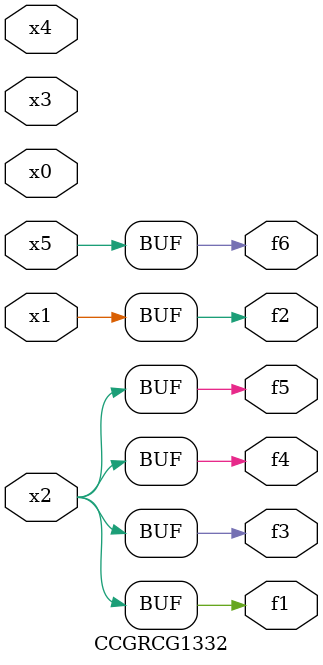
<source format=v>
module CCGRCG1332(
	input x0, x1, x2, x3, x4, x5,
	output f1, f2, f3, f4, f5, f6
);
	assign f1 = x2;
	assign f2 = x1;
	assign f3 = x2;
	assign f4 = x2;
	assign f5 = x2;
	assign f6 = x5;
endmodule

</source>
